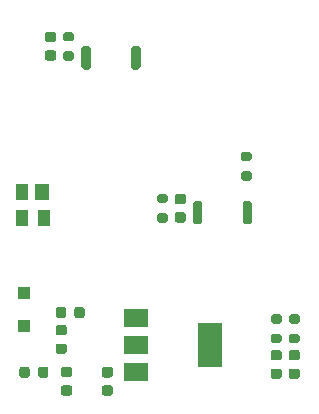
<source format=gtp>
G04 #@! TF.GenerationSoftware,KiCad,Pcbnew,(5.1.10-1-10_14)*
G04 #@! TF.CreationDate,2022-04-15T02:56:20+09:00*
G04 #@! TF.ProjectId,cmsis-dap_rp2040,636d7369-732d-4646-9170-5f7270323034,rev?*
G04 #@! TF.SameCoordinates,Original*
G04 #@! TF.FileFunction,Paste,Top*
G04 #@! TF.FilePolarity,Positive*
%FSLAX46Y46*%
G04 Gerber Fmt 4.6, Leading zero omitted, Abs format (unit mm)*
G04 Created by KiCad (PCBNEW (5.1.10-1-10_14)) date 2022-04-15 02:56:20*
%MOMM*%
%LPD*%
G01*
G04 APERTURE LIST*
%ADD10R,1.100000X1.100000*%
%ADD11R,2.000000X1.500000*%
%ADD12R,2.000000X3.800000*%
%ADD13R,1.000000X1.400000*%
%ADD14R,1.200000X1.400000*%
G04 APERTURE END LIST*
G04 #@! TO.C,R7*
G36*
G01*
X129745000Y-77455000D02*
X130295000Y-77455000D01*
G75*
G02*
X130495000Y-77655000I0J-200000D01*
G01*
X130495000Y-78055000D01*
G75*
G02*
X130295000Y-78255000I-200000J0D01*
G01*
X129745000Y-78255000D01*
G75*
G02*
X129545000Y-78055000I0J200000D01*
G01*
X129545000Y-77655000D01*
G75*
G02*
X129745000Y-77455000I200000J0D01*
G01*
G37*
G36*
G01*
X129745000Y-75805000D02*
X130295000Y-75805000D01*
G75*
G02*
X130495000Y-76005000I0J-200000D01*
G01*
X130495000Y-76405000D01*
G75*
G02*
X130295000Y-76605000I-200000J0D01*
G01*
X129745000Y-76605000D01*
G75*
G02*
X129545000Y-76405000I0J200000D01*
G01*
X129545000Y-76005000D01*
G75*
G02*
X129745000Y-75805000I200000J0D01*
G01*
G37*
G04 #@! TD*
G04 #@! TO.C,D3*
G36*
G01*
X130276250Y-79710000D02*
X129763750Y-79710000D01*
G75*
G02*
X129545000Y-79491250I0J218750D01*
G01*
X129545000Y-79053750D01*
G75*
G02*
X129763750Y-78835000I218750J0D01*
G01*
X130276250Y-78835000D01*
G75*
G02*
X130495000Y-79053750I0J-218750D01*
G01*
X130495000Y-79491250D01*
G75*
G02*
X130276250Y-79710000I-218750J0D01*
G01*
G37*
G36*
G01*
X130276250Y-81285000D02*
X129763750Y-81285000D01*
G75*
G02*
X129545000Y-81066250I0J218750D01*
G01*
X129545000Y-80628750D01*
G75*
G02*
X129763750Y-80410000I218750J0D01*
G01*
X130276250Y-80410000D01*
G75*
G02*
X130495000Y-80628750I0J-218750D01*
G01*
X130495000Y-81066250D01*
G75*
G02*
X130276250Y-81285000I-218750J0D01*
G01*
G37*
G04 #@! TD*
D10*
G04 #@! TO.C,D2*
X108700000Y-73990000D03*
X108700000Y-76790000D03*
G04 #@! TD*
G04 #@! TO.C,L2*
G36*
G01*
X112076250Y-77590000D02*
X111563750Y-77590000D01*
G75*
G02*
X111345000Y-77371250I0J218750D01*
G01*
X111345000Y-76933750D01*
G75*
G02*
X111563750Y-76715000I218750J0D01*
G01*
X112076250Y-76715000D01*
G75*
G02*
X112295000Y-76933750I0J-218750D01*
G01*
X112295000Y-77371250D01*
G75*
G02*
X112076250Y-77590000I-218750J0D01*
G01*
G37*
G36*
G01*
X112076250Y-79165000D02*
X111563750Y-79165000D01*
G75*
G02*
X111345000Y-78946250I0J218750D01*
G01*
X111345000Y-78508750D01*
G75*
G02*
X111563750Y-78290000I218750J0D01*
G01*
X112076250Y-78290000D01*
G75*
G02*
X112295000Y-78508750I0J-218750D01*
G01*
X112295000Y-78946250D01*
G75*
G02*
X112076250Y-79165000I-218750J0D01*
G01*
G37*
G04 #@! TD*
D11*
G04 #@! TO.C,U4*
X118120000Y-76110000D03*
X118120000Y-80710000D03*
X118120000Y-78410000D03*
D12*
X124420000Y-78410000D03*
G04 #@! TD*
G04 #@! TO.C,SW2*
G36*
G01*
X127970000Y-66400000D02*
X127970000Y-68000000D01*
G75*
G02*
X127770000Y-68200000I-200000J0D01*
G01*
X127370000Y-68200000D01*
G75*
G02*
X127170000Y-68000000I0J200000D01*
G01*
X127170000Y-66400000D01*
G75*
G02*
X127370000Y-66200000I200000J0D01*
G01*
X127770000Y-66200000D01*
G75*
G02*
X127970000Y-66400000I0J-200000D01*
G01*
G37*
G36*
G01*
X123770000Y-66400000D02*
X123770000Y-68000000D01*
G75*
G02*
X123570000Y-68200000I-200000J0D01*
G01*
X123170000Y-68200000D01*
G75*
G02*
X122970000Y-68000000I0J200000D01*
G01*
X122970000Y-66400000D01*
G75*
G02*
X123170000Y-66200000I200000J0D01*
G01*
X123570000Y-66200000D01*
G75*
G02*
X123770000Y-66400000I0J-200000D01*
G01*
G37*
G04 #@! TD*
G04 #@! TO.C,SW1*
G36*
G01*
X118530000Y-53290000D02*
X118530000Y-54890000D01*
G75*
G02*
X118330000Y-55090000I-200000J0D01*
G01*
X117930000Y-55090000D01*
G75*
G02*
X117730000Y-54890000I0J200000D01*
G01*
X117730000Y-53290000D01*
G75*
G02*
X117930000Y-53090000I200000J0D01*
G01*
X118330000Y-53090000D01*
G75*
G02*
X118530000Y-53290000I0J-200000D01*
G01*
G37*
G36*
G01*
X114330000Y-53290000D02*
X114330000Y-54890000D01*
G75*
G02*
X114130000Y-55090000I-200000J0D01*
G01*
X113730000Y-55090000D01*
G75*
G02*
X113530000Y-54890000I0J200000D01*
G01*
X113530000Y-53290000D01*
G75*
G02*
X113730000Y-53090000I200000J0D01*
G01*
X114130000Y-53090000D01*
G75*
G02*
X114330000Y-53290000I0J-200000D01*
G01*
G37*
G04 #@! TD*
G04 #@! TO.C,R10*
G36*
G01*
X131275000Y-77455000D02*
X131825000Y-77455000D01*
G75*
G02*
X132025000Y-77655000I0J-200000D01*
G01*
X132025000Y-78055000D01*
G75*
G02*
X131825000Y-78255000I-200000J0D01*
G01*
X131275000Y-78255000D01*
G75*
G02*
X131075000Y-78055000I0J200000D01*
G01*
X131075000Y-77655000D01*
G75*
G02*
X131275000Y-77455000I200000J0D01*
G01*
G37*
G36*
G01*
X131275000Y-75805000D02*
X131825000Y-75805000D01*
G75*
G02*
X132025000Y-76005000I0J-200000D01*
G01*
X132025000Y-76405000D01*
G75*
G02*
X131825000Y-76605000I-200000J0D01*
G01*
X131275000Y-76605000D01*
G75*
G02*
X131075000Y-76405000I0J200000D01*
G01*
X131075000Y-76005000D01*
G75*
G02*
X131275000Y-75805000I200000J0D01*
G01*
G37*
G04 #@! TD*
G04 #@! TO.C,R8*
G36*
G01*
X120115000Y-67255000D02*
X120665000Y-67255000D01*
G75*
G02*
X120865000Y-67455000I0J-200000D01*
G01*
X120865000Y-67855000D01*
G75*
G02*
X120665000Y-68055000I-200000J0D01*
G01*
X120115000Y-68055000D01*
G75*
G02*
X119915000Y-67855000I0J200000D01*
G01*
X119915000Y-67455000D01*
G75*
G02*
X120115000Y-67255000I200000J0D01*
G01*
G37*
G36*
G01*
X120115000Y-65605000D02*
X120665000Y-65605000D01*
G75*
G02*
X120865000Y-65805000I0J-200000D01*
G01*
X120865000Y-66205000D01*
G75*
G02*
X120665000Y-66405000I-200000J0D01*
G01*
X120115000Y-66405000D01*
G75*
G02*
X119915000Y-66205000I0J200000D01*
G01*
X119915000Y-65805000D01*
G75*
G02*
X120115000Y-65605000I200000J0D01*
G01*
G37*
G04 #@! TD*
G04 #@! TO.C,R2*
G36*
G01*
X112705000Y-52695000D02*
X112155000Y-52695000D01*
G75*
G02*
X111955000Y-52495000I0J200000D01*
G01*
X111955000Y-52095000D01*
G75*
G02*
X112155000Y-51895000I200000J0D01*
G01*
X112705000Y-51895000D01*
G75*
G02*
X112905000Y-52095000I0J-200000D01*
G01*
X112905000Y-52495000D01*
G75*
G02*
X112705000Y-52695000I-200000J0D01*
G01*
G37*
G36*
G01*
X112705000Y-54345000D02*
X112155000Y-54345000D01*
G75*
G02*
X111955000Y-54145000I0J200000D01*
G01*
X111955000Y-53745000D01*
G75*
G02*
X112155000Y-53545000I200000J0D01*
G01*
X112705000Y-53545000D01*
G75*
G02*
X112905000Y-53745000I0J-200000D01*
G01*
X112905000Y-54145000D01*
G75*
G02*
X112705000Y-54345000I-200000J0D01*
G01*
G37*
G04 #@! TD*
G04 #@! TO.C,R1*
G36*
G01*
X127205000Y-63695000D02*
X127755000Y-63695000D01*
G75*
G02*
X127955000Y-63895000I0J-200000D01*
G01*
X127955000Y-64295000D01*
G75*
G02*
X127755000Y-64495000I-200000J0D01*
G01*
X127205000Y-64495000D01*
G75*
G02*
X127005000Y-64295000I0J200000D01*
G01*
X127005000Y-63895000D01*
G75*
G02*
X127205000Y-63695000I200000J0D01*
G01*
G37*
G36*
G01*
X127205000Y-62045000D02*
X127755000Y-62045000D01*
G75*
G02*
X127955000Y-62245000I0J-200000D01*
G01*
X127955000Y-62645000D01*
G75*
G02*
X127755000Y-62845000I-200000J0D01*
G01*
X127205000Y-62845000D01*
G75*
G02*
X127005000Y-62645000I0J200000D01*
G01*
X127005000Y-62245000D01*
G75*
G02*
X127205000Y-62045000I200000J0D01*
G01*
G37*
G04 #@! TD*
G04 #@! TO.C,L1*
G36*
G01*
X109850000Y-80976250D02*
X109850000Y-80463750D01*
G75*
G02*
X110068750Y-80245000I218750J0D01*
G01*
X110506250Y-80245000D01*
G75*
G02*
X110725000Y-80463750I0J-218750D01*
G01*
X110725000Y-80976250D01*
G75*
G02*
X110506250Y-81195000I-218750J0D01*
G01*
X110068750Y-81195000D01*
G75*
G02*
X109850000Y-80976250I0J218750D01*
G01*
G37*
G36*
G01*
X108275000Y-80976250D02*
X108275000Y-80463750D01*
G75*
G02*
X108493750Y-80245000I218750J0D01*
G01*
X108931250Y-80245000D01*
G75*
G02*
X109150000Y-80463750I0J-218750D01*
G01*
X109150000Y-80976250D01*
G75*
G02*
X108931250Y-81195000I-218750J0D01*
G01*
X108493750Y-81195000D01*
G75*
G02*
X108275000Y-80976250I0J218750D01*
G01*
G37*
G04 #@! TD*
G04 #@! TO.C,D4*
G36*
G01*
X131800250Y-79706000D02*
X131287750Y-79706000D01*
G75*
G02*
X131069000Y-79487250I0J218750D01*
G01*
X131069000Y-79049750D01*
G75*
G02*
X131287750Y-78831000I218750J0D01*
G01*
X131800250Y-78831000D01*
G75*
G02*
X132019000Y-79049750I0J-218750D01*
G01*
X132019000Y-79487250D01*
G75*
G02*
X131800250Y-79706000I-218750J0D01*
G01*
G37*
G36*
G01*
X131800250Y-81281000D02*
X131287750Y-81281000D01*
G75*
G02*
X131069000Y-81062250I0J218750D01*
G01*
X131069000Y-80624750D01*
G75*
G02*
X131287750Y-80406000I218750J0D01*
G01*
X131800250Y-80406000D01*
G75*
G02*
X132019000Y-80624750I0J-218750D01*
G01*
X132019000Y-81062250D01*
G75*
G02*
X131800250Y-81281000I-218750J0D01*
G01*
G37*
G04 #@! TD*
D13*
G04 #@! TO.C,D1*
X110390000Y-67690000D03*
X108490000Y-67690000D03*
X108490000Y-65490000D03*
D14*
X110210000Y-65490000D03*
G04 #@! TD*
G04 #@! TO.C,C10*
G36*
G01*
X112905000Y-75910000D02*
X112905000Y-75410000D01*
G75*
G02*
X113130000Y-75185000I225000J0D01*
G01*
X113580000Y-75185000D01*
G75*
G02*
X113805000Y-75410000I0J-225000D01*
G01*
X113805000Y-75910000D01*
G75*
G02*
X113580000Y-76135000I-225000J0D01*
G01*
X113130000Y-76135000D01*
G75*
G02*
X112905000Y-75910000I0J225000D01*
G01*
G37*
G36*
G01*
X111355000Y-75910000D02*
X111355000Y-75410000D01*
G75*
G02*
X111580000Y-75185000I225000J0D01*
G01*
X112030000Y-75185000D01*
G75*
G02*
X112255000Y-75410000I0J-225000D01*
G01*
X112255000Y-75910000D01*
G75*
G02*
X112030000Y-76135000I-225000J0D01*
G01*
X111580000Y-76135000D01*
G75*
G02*
X111355000Y-75910000I0J225000D01*
G01*
G37*
G04 #@! TD*
G04 #@! TO.C,C7*
G36*
G01*
X122150000Y-66505000D02*
X121650000Y-66505000D01*
G75*
G02*
X121425000Y-66280000I0J225000D01*
G01*
X121425000Y-65830000D01*
G75*
G02*
X121650000Y-65605000I225000J0D01*
G01*
X122150000Y-65605000D01*
G75*
G02*
X122375000Y-65830000I0J-225000D01*
G01*
X122375000Y-66280000D01*
G75*
G02*
X122150000Y-66505000I-225000J0D01*
G01*
G37*
G36*
G01*
X122150000Y-68055000D02*
X121650000Y-68055000D01*
G75*
G02*
X121425000Y-67830000I0J225000D01*
G01*
X121425000Y-67380000D01*
G75*
G02*
X121650000Y-67155000I225000J0D01*
G01*
X122150000Y-67155000D01*
G75*
G02*
X122375000Y-67380000I0J-225000D01*
G01*
X122375000Y-67830000D01*
G75*
G02*
X122150000Y-68055000I-225000J0D01*
G01*
G37*
G04 #@! TD*
G04 #@! TO.C,C4*
G36*
G01*
X115470000Y-81815000D02*
X115970000Y-81815000D01*
G75*
G02*
X116195000Y-82040000I0J-225000D01*
G01*
X116195000Y-82490000D01*
G75*
G02*
X115970000Y-82715000I-225000J0D01*
G01*
X115470000Y-82715000D01*
G75*
G02*
X115245000Y-82490000I0J225000D01*
G01*
X115245000Y-82040000D01*
G75*
G02*
X115470000Y-81815000I225000J0D01*
G01*
G37*
G36*
G01*
X115470000Y-80265000D02*
X115970000Y-80265000D01*
G75*
G02*
X116195000Y-80490000I0J-225000D01*
G01*
X116195000Y-80940000D01*
G75*
G02*
X115970000Y-81165000I-225000J0D01*
G01*
X115470000Y-81165000D01*
G75*
G02*
X115245000Y-80940000I0J225000D01*
G01*
X115245000Y-80490000D01*
G75*
G02*
X115470000Y-80265000I225000J0D01*
G01*
G37*
G04 #@! TD*
G04 #@! TO.C,C3*
G36*
G01*
X112010000Y-81805000D02*
X112510000Y-81805000D01*
G75*
G02*
X112735000Y-82030000I0J-225000D01*
G01*
X112735000Y-82480000D01*
G75*
G02*
X112510000Y-82705000I-225000J0D01*
G01*
X112010000Y-82705000D01*
G75*
G02*
X111785000Y-82480000I0J225000D01*
G01*
X111785000Y-82030000D01*
G75*
G02*
X112010000Y-81805000I225000J0D01*
G01*
G37*
G36*
G01*
X112010000Y-80255000D02*
X112510000Y-80255000D01*
G75*
G02*
X112735000Y-80480000I0J-225000D01*
G01*
X112735000Y-80930000D01*
G75*
G02*
X112510000Y-81155000I-225000J0D01*
G01*
X112010000Y-81155000D01*
G75*
G02*
X111785000Y-80930000I0J225000D01*
G01*
X111785000Y-80480000D01*
G75*
G02*
X112010000Y-80255000I225000J0D01*
G01*
G37*
G04 #@! TD*
G04 #@! TO.C,C1*
G36*
G01*
X110660000Y-53445000D02*
X111160000Y-53445000D01*
G75*
G02*
X111385000Y-53670000I0J-225000D01*
G01*
X111385000Y-54120000D01*
G75*
G02*
X111160000Y-54345000I-225000J0D01*
G01*
X110660000Y-54345000D01*
G75*
G02*
X110435000Y-54120000I0J225000D01*
G01*
X110435000Y-53670000D01*
G75*
G02*
X110660000Y-53445000I225000J0D01*
G01*
G37*
G36*
G01*
X110660000Y-51895000D02*
X111160000Y-51895000D01*
G75*
G02*
X111385000Y-52120000I0J-225000D01*
G01*
X111385000Y-52570000D01*
G75*
G02*
X111160000Y-52795000I-225000J0D01*
G01*
X110660000Y-52795000D01*
G75*
G02*
X110435000Y-52570000I0J225000D01*
G01*
X110435000Y-52120000D01*
G75*
G02*
X110660000Y-51895000I225000J0D01*
G01*
G37*
G04 #@! TD*
M02*

</source>
